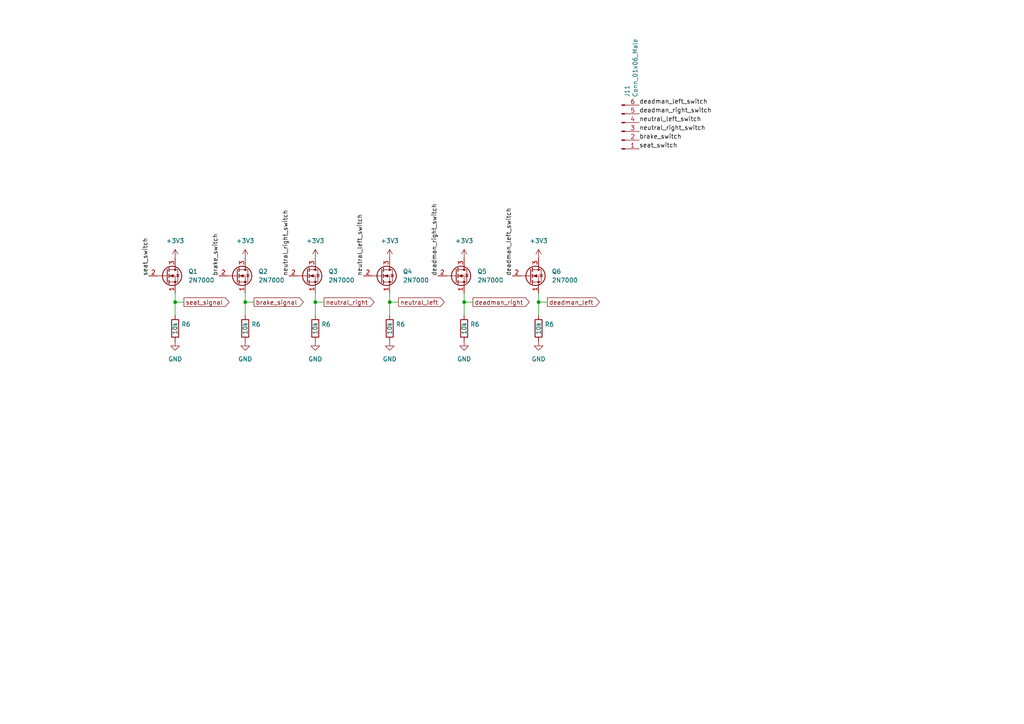
<source format=kicad_sch>
(kicad_sch (version 20231120) (generator "eeschema") (generator_version "8.0")
  (paper "A4")
  (lib_symbols
    (symbol "Device:R" (pin_numbers hide) (pin_names (offset 0))
      (property "Reference" "R" (at 2.032 0 90))
      (property "Value" "R" (at 0 0 90))
      (symbol "R_0_1"
        (rectangle (start -1.016 -2.54) (end 1.016 2.54) (stroke (width 0.254)))
      )
      (symbol "R_1_1"
        (pin passive line (at 0 3.81 270) (length 1.27) (name "~") (number "1"))
        (pin passive line (at 0 -3.81 90) (length 1.27) (name "~") (number "2"))
      )
    )
    (symbol "Motherboard_2023-rescue:Conn_01x06_Male-Connector" (pin_names (offset 1.016) hide)
      (property "Reference" "J" (at 0 7.62 0))
      (property "Value" "Connector_Conn_01x06_Male" (at 0 -10.16 0))
      (symbol "Conn_01x06_Male-Connector_1_1"
        (polyline (pts (xy 1.27 -7.62) (xy 0.8636 -7.62)) (stroke (width 0.1524)))
        (polyline (pts (xy 1.27 -5.08) (xy 0.8636 -5.08)) (stroke (width 0.1524)))
        (polyline (pts (xy 1.27 -2.54) (xy 0.8636 -2.54)) (stroke (width 0.1524)))
        (polyline (pts (xy 1.27 0) (xy 0.8636 0)) (stroke (width 0.1524)))
        (polyline (pts (xy 1.27 2.54) (xy 0.8636 2.54)) (stroke (width 0.1524)))
        (polyline (pts (xy 1.27 5.08) (xy 0.8636 5.08)) (stroke (width 0.1524)))
        (rectangle (start 0.8636 -7.493) (end 0 -7.747) (stroke (width 0.1524)) (fill (type outline)))
        (rectangle (start 0.8636 -4.953) (end 0 -5.207) (stroke (width 0.1524)) (fill (type outline)))
        (rectangle (start 0.8636 -2.413) (end 0 -2.667) (stroke (width 0.1524)) (fill (type outline)))
        (rectangle (start 0.8636 0.127) (end 0 -0.127) (stroke (width 0.1524)) (fill (type outline)))
        (rectangle (start 0.8636 2.667) (end 0 2.413) (stroke (width 0.1524)) (fill (type outline)))
        (rectangle (start 0.8636 5.207) (end 0 4.953) (stroke (width 0.1524)) (fill (type outline)))
        (pin passive line (at 5.08 5.08 180) (length 3.81) (name "Pin_1") (number "1"))
        (pin passive line (at 5.08 2.54 180) (length 3.81) (name "Pin_2") (number "2"))
        (pin passive line (at 5.08 0 180) (length 3.81) (name "Pin_3") (number "3"))
        (pin passive line (at 5.08 -2.54 180) (length 3.81) (name "Pin_4") (number "4"))
        (pin passive line (at 5.08 -5.08 180) (length 3.81) (name "Pin_5") (number "5"))
        (pin passive line (at 5.08 -7.62 180) (length 3.81) (name "Pin_6") (number "6"))
      )
    )
    (symbol "Transistor_FET:2N7000" (pin_names hide)
      (property "Reference" "Q" (at 5.08 1.905 0))
      (property "Value" "2N7000" (at 5.08 0 0))
      (symbol "2N7000_0_1"
        (polyline (pts (xy 0.254 0) (xy -2.54 0)))
        (polyline (pts (xy 0.254 1.905) (xy 0.254 -1.905)) (stroke (width 0.254)))
        (polyline (pts (xy 0.762 -1.27) (xy 0.762 -2.286)) (stroke (width 0.254)))
        (polyline (pts (xy 0.762 0.508) (xy 0.762 -0.508)) (stroke (width 0.254)))
        (polyline (pts (xy 0.762 2.286) (xy 0.762 1.27)) (stroke (width 0.254)))
        (polyline (pts (xy 2.54 2.54) (xy 2.54 1.778)))
        (polyline (pts (xy 2.54 -2.54) (xy 2.54 0) (xy 0.762 0)))
        (polyline (pts (xy 0.762 -1.778) (xy 3.302 -1.778) (xy 3.302 1.778) (xy 0.762 1.778)))
        (polyline (pts (xy 1.016 0) (xy 2.032 0.381) (xy 2.032 -0.381) (xy 1.016 0)) (fill (type outline)))
        (polyline (pts (xy 2.794 0.508) (xy 2.921 0.381) (xy 3.683 0.381) (xy 3.81 0.254)))
        (polyline (pts (xy 3.302 0.381) (xy 2.921 -0.254) (xy 3.683 -0.254) (xy 3.302 0.381)))
        (circle (center 1.651 0) (radius 2.794) (stroke (width 0.254)))
        (circle (center 2.54 -1.778) (radius 0.254) (fill (type outline)))
        (circle (center 2.54 1.778) (radius 0.254) (fill (type outline)))
      )
      (symbol "2N7000_1_1"
        (pin passive line (at 2.54 -5.08 90) (length 2.54) (name "S") (number "1"))
        (pin input line (at -5.08 0 0) (length 2.54) (name "G") (number "2"))
        (pin passive line (at 2.54 5.08 270) (length 2.54) (name "D") (number "3"))
      )
    )
    (symbol "power:+3V3" (power) (pin_names (offset 0))
      (property "Value" "+3V3" (at 0 3.556 0))
      (symbol "+3V3_0_1"
        (polyline (pts (xy -0.762 1.27) (xy 0 2.54)))
        (polyline (pts (xy 0 0) (xy 0 2.54)))
        (polyline (pts (xy 0 2.54) (xy 0.762 1.27)))
      )
      (symbol "+3V3_1_1"
        (pin power_in line (at 0 0 90) (length 0) hide (name "+3V3") (number "1"))
      )
    )
    (symbol "power:GND" (power) (pin_names (offset 0))
      (property "Value" "GND" (at 0 -3.81 0))
      (symbol "GND_0_1"
        (polyline (pts (xy 0 0) (xy 0 -1.27) (xy 1.27 -1.27) (xy 0 -2.54) (xy -1.27 -1.27) (xy 0 -1.27)))
      )
      (symbol "GND_1_1"
        (pin power_in line (at 0 0 270) (length 0) hide (name "GND") (number "1"))
      )
    )
  )
  (junction (at 134.62 87.63))
  (junction (at 71.12 87.63))
  (junction (at 113.03 87.63))
  (junction (at 91.44 87.63))
  (junction (at 156.21 87.63))
  (junction (at 50.8 87.63))
  (wire (pts (xy 50.8 91.44) (xy 50.8 87.63)))
  (wire (pts (xy 156.21 87.63) (xy 158.75 87.63)))
  (wire (pts (xy 91.44 91.44) (xy 91.44 87.63)))
  (wire (pts (xy 71.12 87.63) (xy 71.12 85.09)))
  (wire (pts (xy 91.44 87.63) (xy 93.98 87.63)))
  (wire (pts (xy 134.62 87.63) (xy 137.16 87.63)))
  (wire (pts (xy 50.8 87.63) (xy 50.8 85.09)))
  (wire (pts (xy 113.03 87.63) (xy 115.57 87.63)))
  (wire (pts (xy 134.62 87.63) (xy 134.62 85.09)))
  (wire (pts (xy 50.8 87.63) (xy 53.34 87.63)))
  (wire (pts (xy 71.12 87.63) (xy 73.66 87.63)))
  (wire (pts (xy 134.62 91.44) (xy 134.62 87.63)))
  (wire (pts (xy 156.21 91.44) (xy 156.21 87.63)))
  (wire (pts (xy 91.44 87.63) (xy 91.44 85.09)))
  (wire (pts (xy 113.03 87.63) (xy 113.03 85.09)))
  (wire (pts (xy 156.21 87.63) (xy 156.21 85.09)))
  (wire (pts (xy 71.12 91.44) (xy 71.12 87.63)))
  (wire (pts (xy 113.03 91.44) (xy 113.03 87.63)))
  (label "neutral_right_switch" (at 185.42 38.1 0))
  (label "deadman_right_switch" (at 127 80.01 90))
  (label "deadman_left_switch" (at 148.59 80.01 90))
  (label "seat_switch" (at 43.18 80.01 90))
  (label "deadman_left_switch" (at 185.42 30.48 0))
  (label "brake_switch" (at 63.5 80.01 90))
  (label "neutral_left_switch" (at 105.41 80.01 90))
  (label "seat_switch" (at 185.42 43.18 0))
  (label "deadman_right_switch" (at 185.42 33.02 0))
  (label "neutral_left_switch" (at 185.42 35.56 0))
  (label "neutral_right_switch" (at 83.82 80.01 90))
  (label "brake_switch" (at 185.42 40.64 0))
  (global_label "deadman_left" (shape output) (at 158.75 87.63 0) (property "Intersheetrefs" "${INTERSHEET_REFS}" (effects (hide yes))))
  (global_label "deadman_right" (shape output) (at 137.16 87.63 0) (property "Intersheetrefs" "${INTERSHEET_REFS}" (effects (hide yes))))
  (global_label "neutral_right" (shape output) (at 93.98 87.63 0) (property "Intersheetrefs" "${INTERSHEET_REFS}" (effects (hide yes))))
  (global_label "brake_signal" (shape output) (at 73.66 87.63 0) (property "Intersheetrefs" "${INTERSHEET_REFS}" (effects (hide yes))))
  (global_label "neutral_left" (shape output) (at 115.57 87.63 0) (property "Intersheetrefs" "${INTERSHEET_REFS}" (effects (hide yes))))
  (global_label "seat_signal" (shape output) (at 53.34 87.63 0) (property "Intersheetrefs" "${INTERSHEET_REFS}" (effects (hide yes))))
  (symbol (lib_id "Device:R") (at 50.8 95.25 0) (unit 1)
    (property "Reference" "R6" (at 52.578 94.0816 0) (effects (justify left)))
    (property "Value" "10k" (at 50.8 95.25 90))
    (property "Footprint" "Resistor_THT:R_Axial_DIN0207_L6.3mm_D2.5mm_P10.16mm_Horizontal" (effects (hide yes)))
    (instances (project "Motherboard23-24" (path "" (reference "R6") (unit 1)) (path "" (reference "R30") (unit 1))) (project "CANBOARD_REV2" (path "" (reference "R2") (unit 1))) (project "Motherboard_2023" (path "" (reference "R1") (unit 1))))
  )
  (symbol (lib_id "power:+3V3") (at 134.62 74.93 0) (unit 1)
    (property "Reference" "#PWR019" (effects (hide yes)))
    (property "Value" "+3V3" (at 134.62 69.85 0))
  )
  (symbol (lib_id "Transistor_FET:2N7000") (at 88.9 80.01 0) (unit 1)
    (property "Reference" "Q3" (at 95.25 78.74 0) (effects (justify left)))
    (property "Value" "2N7000" (at 95.25 81.28 0) (effects (justify left)))
    (property "Footprint" "Package_TO_SOT_THT:TO-92_Inline" (effects (hide yes)))
    (property "Datasheet" "https://www.vishay.com/docs/70226/70226.pdf" (effects (hide yes)))
  )
  (symbol (lib_id "Transistor_FET:2N7000") (at 110.49 80.01 0) (unit 1)
    (property "Reference" "Q4" (at 116.84 78.74 0) (effects (justify left)))
    (property "Value" "2N7000" (at 116.84 81.28 0) (effects (justify left)))
    (property "Footprint" "Package_TO_SOT_THT:TO-92_Inline" (effects (hide yes)))
    (property "Datasheet" "https://www.vishay.com/docs/70226/70226.pdf" (effects (hide yes)))
  )
  (symbol (lib_id "power:+3V3") (at 113.03 74.93 0) (unit 1)
    (property "Reference" "#PWR017" (effects (hide yes)))
    (property "Value" "+3V3" (at 113.03 69.85 0))
  )
  (symbol (lib_id "Transistor_FET:2N7000") (at 68.58 80.01 0) (unit 1)
    (property "Reference" "Q2" (at 74.93 78.74 0) (effects (justify left)))
    (property "Value" "2N7000" (at 74.93 81.28 0) (effects (justify left)))
    (property "Footprint" "Package_TO_SOT_THT:TO-92_Inline" (effects (hide yes)))
    (property "Datasheet" "https://www.vishay.com/docs/70226/70226.pdf" (effects (hide yes)))
  )
  (symbol (lib_id "power:+3V3") (at 71.12 74.93 0) (unit 1)
    (property "Reference" "#PWR013" (effects (hide yes)))
    (property "Value" "+3V3" (at 71.12 69.85 0))
  )
  (symbol (lib_id "power:+3V3") (at 156.21 74.93 0) (unit 1)
    (property "Reference" "#PWR021" (effects (hide yes)))
    (property "Value" "+3V3" (at 156.21 69.85 0))
  )
  (symbol (lib_id "power:+3V3") (at 91.44 74.93 0) (unit 1)
    (property "Reference" "#PWR015" (effects (hide yes)))
    (property "Value" "+3V3" (at 91.44 69.85 0))
  )
  (symbol (lib_id "power:+3V3") (at 50.8 74.93 0) (unit 1)
    (property "Reference" "#PWR011" (effects (hide yes)))
    (property "Value" "+3V3" (at 50.8 69.85 0))
  )
  (symbol (lib_id "Device:R") (at 113.03 95.25 0) (unit 1)
    (property "Reference" "R6" (at 114.808 94.0816 0) (effects (justify left)))
    (property "Value" "10k" (at 113.03 95.25 90))
    (property "Footprint" "Resistor_THT:R_Axial_DIN0207_L6.3mm_D2.5mm_P10.16mm_Horizontal" (effects (hide yes)))
    (instances (project "Motherboard23-24" (path "" (reference "R6") (unit 1)) (path "" (reference "R30") (unit 1))) (project "CANBOARD_REV2" (path "" (reference "R5") (unit 1))) (project "Motherboard_2023" (path "" (reference "R1") (unit 1))))
  )
  (symbol (lib_id "power:GND") (at 156.21 99.06 0) (unit 1)
    (property "Reference" "#PWR022" (effects (hide yes)))
    (property "Value" "GND" (at 156.21 104.14 0))
  )
  (symbol (lib_id "Transistor_FET:2N7000") (at 48.26 80.01 0) (unit 1)
    (property "Reference" "Q1" (at 54.61 78.74 0) (effects (justify left)))
    (property "Value" "2N7000" (at 54.61 81.28 0) (effects (justify left)))
    (property "Footprint" "Package_TO_SOT_THT:TO-92_Inline" (effects (hide yes)))
    (property "Datasheet" "https://www.vishay.com/docs/70226/70226.pdf" (effects (hide yes)))
  )
  (symbol (lib_id "power:GND") (at 91.44 99.06 0) (unit 1)
    (property "Reference" "#PWR016" (effects (hide yes)))
    (property "Value" "GND" (at 91.44 104.14 0))
  )
  (symbol (lib_id "power:GND") (at 134.62 99.06 0) (unit 1)
    (property "Reference" "#PWR020" (effects (hide yes)))
    (property "Value" "GND" (at 134.62 104.14 0))
  )
  (symbol (lib_id "power:GND") (at 113.03 99.06 0) (unit 1)
    (property "Reference" "#PWR018" (effects (hide yes)))
    (property "Value" "GND" (at 113.03 104.14 0))
  )
  (symbol (lib_id "Transistor_FET:2N7000") (at 153.67 80.01 0) (unit 1)
    (property "Reference" "Q6" (at 160.02 78.74 0) (effects (justify left)))
    (property "Value" "2N7000" (at 160.02 81.28 0) (effects (justify left)))
    (property "Footprint" "Package_TO_SOT_THT:TO-92_Inline" (effects (hide yes)))
    (property "Datasheet" "https://www.vishay.com/docs/70226/70226.pdf" (effects (hide yes)))
  )
  (symbol (lib_id "Device:R") (at 156.21 95.25 0) (unit 1)
    (property "Reference" "R6" (at 157.988 94.0816 0) (effects (justify left)))
    (property "Value" "10k" (at 156.21 95.25 90))
    (property "Footprint" "Resistor_THT:R_Axial_DIN0207_L6.3mm_D2.5mm_P10.16mm_Horizontal" (effects (hide yes)))
    (instances (project "Motherboard23-24" (path "" (reference "R6") (unit 1)) (path "" (reference "R30") (unit 1))) (project "CANBOARD_REV2" (path "" (reference "R7") (unit 1))) (project "Motherboard_2023" (path "" (reference "R1") (unit 1))))
  )
  (symbol (lib_id "power:GND") (at 50.8 99.06 0) (unit 1)
    (property "Reference" "#PWR012" (effects (hide yes)))
    (property "Value" "GND" (at 50.8 104.14 0))
  )
  (symbol (lib_id "power:GND") (at 71.12 99.06 0) (unit 1)
    (property "Reference" "#PWR014" (effects (hide yes)))
    (property "Value" "GND" (at 71.12 104.14 0))
  )
  (symbol (lib_id "Device:R") (at 91.44 95.25 0) (unit 1)
    (property "Reference" "R6" (at 93.218 94.0816 0) (effects (justify left)))
    (property "Value" "10k" (at 91.44 95.25 90))
    (property "Footprint" "Resistor_THT:R_Axial_DIN0207_L6.3mm_D2.5mm_P10.16mm_Horizontal" (effects (hide yes)))
    (instances (project "Motherboard23-24" (path "" (reference "R6") (unit 1)) (path "" (reference "R30") (unit 1))) (project "CANBOARD_REV2" (path "" (reference "R4") (unit 1))) (project "Motherboard_2023" (path "" (reference "R1") (unit 1))))
  )
  (symbol (lib_id "Motherboard_2023-rescue:Conn_01x06_Male-Connector") (at 180.34 38.1 0) (mirror x) (unit 1)
    (property "Reference" "J11" (at 181.9148 28.2448 90) (effects (justify right)))
    (property "Value" "Conn_01x06_Male" (at 184.2262 28.2448 90) (effects (justify right)))
    (property "Footprint" "TerminalBlock_Phoenix:TerminalBlock_Phoenix_MKDS-1,5-6-5.08_1x06_P5.08mm_Horizontal" (effects (hide yes)))
    (instances (project "Motherboard23-24" (path "" (reference "J11") (unit 1))) (project "CANBOARD_REV2" (path "" (reference "J8") (unit 1))) (project "Motherboard_2023" (path "" (reference "J12") (unit 1))))
  )
  (symbol (lib_id "Transistor_FET:2N7000") (at 132.08 80.01 0) (unit 1)
    (property "Reference" "Q5" (at 138.43 78.74 0) (effects (justify left)))
    (property "Value" "2N7000" (at 138.43 81.28 0) (effects (justify left)))
    (property "Footprint" "Package_TO_SOT_THT:TO-92_Inline" (effects (hide yes)))
    (property "Datasheet" "https://www.vishay.com/docs/70226/70226.pdf" (effects (hide yes)))
  )
  (symbol (lib_id "Device:R") (at 71.12 95.25 0) (unit 1)
    (property "Reference" "R6" (at 72.898 94.0816 0) (effects (justify left)))
    (property "Value" "10k" (at 71.12 95.25 90))
    (property "Footprint" "Resistor_THT:R_Axial_DIN0207_L6.3mm_D2.5mm_P10.16mm_Horizontal" (effects (hide yes)))
    (instances (project "Motherboard23-24" (path "" (reference "R6") (unit 1)) (path "" (reference "R30") (unit 1))) (project "CANBOARD_REV2" (path "" (reference "R3") (unit 1))) (project "Motherboard_2023" (path "" (reference "R1") (unit 1))))
  )
  (symbol (lib_id "Device:R") (at 134.62 95.25 0) (unit 1)
    (property "Reference" "R6" (at 136.398 94.0816 0) (effects (justify left)))
    (property "Value" "10k" (at 134.62 95.25 90))
    (property "Footprint" "Resistor_THT:R_Axial_DIN0207_L6.3mm_D2.5mm_P10.16mm_Horizontal" (effects (hide yes)))
    (instances (project "Motherboard23-24" (path "" (reference "R6") (unit 1)) (path "" (reference "R30") (unit 1))) (project "CANBOARD_REV2" (path "" (reference "R6") (unit 1))) (project "Motherboard_2023" (path "" (reference "R1") (unit 1))))
  )
)
</source>
